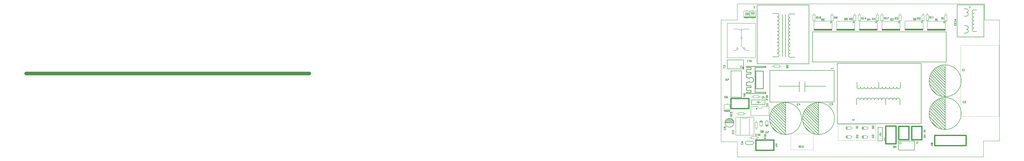
<source format=gto>
%FSLAX24Y24*%
%MOIN*%
G70*
G01*
G75*
%ADD10C,0.0472*%
%ADD11C,0.0591*%
%ADD12C,0.0394*%
%ADD13C,0.0709*%
%ADD14C,0.1575*%
%ADD15C,0.0800*%
%ADD16C,0.1000*%
%ADD17R,0.0650X0.1000*%
%ADD18O,0.0650X0.1000*%
%ADD19R,0.0630X0.0630*%
%ADD20C,0.0630*%
%ADD21R,0.0800X0.1000*%
%ADD22O,0.0800X0.1000*%
%ADD23C,0.0984*%
%ADD24R,0.0800X0.0800*%
%ADD25O,0.0630X0.0787*%
%ADD26C,0.1200*%
%ADD27R,0.0630X0.0630*%
%ADD28R,0.1181X0.1181*%
%ADD29C,0.1181*%
%ADD30C,0.0787*%
%ADD31R,0.0900X0.0600*%
%ADD32O,0.0900X0.0600*%
%ADD33O,0.0787X0.0591*%
%ADD34O,0.1000X0.0650*%
%ADD35R,0.1000X0.0650*%
%ADD36C,0.0591*%
%ADD37R,0.0591X0.0512*%
%ADD38O,0.0591X0.0512*%
G04:AMPARAMS|DCode=39|XSize=70mil|YSize=90mil|CornerRadius=0mil|HoleSize=0mil|Usage=FLASHONLY|Rotation=90.000|XOffset=0mil|YOffset=0mil|HoleType=Round|Shape=Octagon|*
%AMOCTAGOND39*
4,1,8,-0.0450,-0.0175,-0.0450,0.0175,-0.0275,0.0350,0.0275,0.0350,0.0450,0.0175,0.0450,-0.0175,0.0275,-0.0350,-0.0275,-0.0350,-0.0450,-0.0175,0.0*
%
%ADD39OCTAGOND39*%

%ADD40C,0.0787*%
%ADD41C,0.1575*%
%ADD42C,0.2362*%
%ADD43C,0.1181*%
%ADD44C,0.0100*%
%ADD45C,0.0070*%
%ADD46C,0.0150*%
%ADD47C,0.0120*%
%ADD48C,0.0079*%
%ADD49C,0.0039*%
%ADD50C,0.0250*%
%ADD51C,0.0080*%
%ADD52R,0.0150X0.0550*%
%ADD53R,0.3990X0.0360*%
%ADD54R,0.1260X0.0200*%
%ADD55R,0.0550X0.0150*%
D40*
X-153385Y18483D02*
X-90905D01*
D44*
X54110Y27441D02*
G03*
X54110Y28241I0J400D01*
G01*
D02*
G03*
X54110Y29041I0J400D01*
G01*
X55761Y32556D02*
G03*
X55761Y31756I0J-400D01*
G01*
D02*
G03*
X55761Y30956I0J-400D01*
G01*
D02*
G03*
X55761Y30156I0J-400D01*
G01*
Y28556D02*
G03*
X55761Y27756I0J-400D01*
G01*
Y29356D02*
G03*
X55761Y28556I0J-400D01*
G01*
Y30156D02*
G03*
X55761Y29356I0J-400D01*
G01*
X54110Y31981D02*
G03*
X54110Y32781I0J400D01*
G01*
Y31181D02*
G03*
X54110Y31981I0J400D01*
G01*
X29933Y15478D02*
G03*
X30733Y15478I400J0D01*
G01*
D02*
G03*
X31533Y15478I400J0D01*
G01*
D02*
G03*
X32333Y15478I400J0D01*
G01*
X33933D02*
G03*
X34733Y15478I400J0D01*
G01*
X33133D02*
G03*
X33933Y15478I400J0D01*
G01*
X32333D02*
G03*
X33133Y15478I400J0D01*
G01*
X37133D02*
G03*
X37933Y15478I400J0D01*
G01*
D02*
G03*
X38733Y15478I400J0D01*
G01*
D02*
G03*
X39533Y15478I400J0D01*
G01*
X36333D02*
G03*
X37133Y15478I400J0D01*
G01*
X35533D02*
G03*
X36333Y15478I400J0D01*
G01*
X34733D02*
G03*
X35533Y15478I400J0D01*
G01*
X34633Y12628D02*
G03*
X33833Y12628I-400J0D01*
G01*
D02*
G03*
X33033Y12628I-400J0D01*
G01*
D02*
G03*
X32233Y12628I-400J0D01*
G01*
X30633D02*
G03*
X29833Y12628I-400J0D01*
G01*
X31433D02*
G03*
X30633Y12628I-400J0D01*
G01*
X32233D02*
G03*
X31433Y12628I-400J0D01*
G01*
X37033D02*
G03*
X36233Y12628I-400J0D01*
G01*
D02*
G03*
X35433Y12628I-400J0D01*
G01*
D02*
G03*
X34633Y12628I-400J0D01*
G01*
X37833D02*
G03*
X37033Y12628I-400J0D01*
G01*
X38633D02*
G03*
X37833Y12628I-400J0D01*
G01*
X39433D02*
G03*
X38633Y12628I-400J0D01*
G01*
X49307Y29771D02*
G03*
X49307Y29771I-130J0D01*
G01*
X44385Y29811D02*
G03*
X44385Y29811I-130J0D01*
G01*
X39307Y29771D02*
G03*
X39307Y29771I-130J0D01*
G01*
X24307D02*
G03*
X24307Y29771I-130J0D01*
G01*
X29307D02*
G03*
X29307Y29771I-130J0D01*
G01*
X34307D02*
G03*
X34307Y29771I-130J0D01*
G01*
X15207Y31660D02*
G03*
X15207Y30860I0J-400D01*
G01*
D02*
G03*
X15207Y30060I0J-400D01*
G01*
D02*
G03*
X15207Y29260I0J-400D01*
G01*
Y27660D02*
G03*
X15207Y26860I0J-400D01*
G01*
Y28460D02*
G03*
X15207Y27660I0J-400D01*
G01*
Y29260D02*
G03*
X15207Y28460I0J-400D01*
G01*
Y24460D02*
G03*
X15207Y23660I0J-400D01*
G01*
D02*
G03*
X15207Y22860I0J-400D01*
G01*
D02*
G03*
X15207Y22060I0J-400D01*
G01*
Y25260D02*
G03*
X15207Y24460I0J-400D01*
G01*
Y26060D02*
G03*
X15207Y25260I0J-400D01*
G01*
Y26860D02*
G03*
X15207Y26060I0J-400D01*
G01*
X12357Y26960D02*
G03*
X12357Y27760I0J400D01*
G01*
D02*
G03*
X12357Y28560I0J400D01*
G01*
D02*
G03*
X12357Y29360I0J400D01*
G01*
Y30960D02*
G03*
X12357Y31760I0J400D01*
G01*
Y30160D02*
G03*
X12357Y30960I0J400D01*
G01*
Y29360D02*
G03*
X12357Y30160I0J400D01*
G01*
Y24560D02*
G03*
X12357Y25360I0J400D01*
G01*
D02*
G03*
X12357Y26160I0J400D01*
G01*
D02*
G03*
X12357Y26960I0J400D01*
G01*
Y23760D02*
G03*
X12357Y24560I0J400D01*
G01*
Y22960D02*
G03*
X12357Y23760I0J400D01*
G01*
Y22160D02*
G03*
X12357Y22960I0J400D01*
G01*
X39729Y3070D02*
G03*
X39729Y3070I-212J0D01*
G01*
X17717Y8504D02*
G03*
X17717Y8504I-3543J0D01*
G01*
X25000D02*
G03*
X25000Y8504I-3543J0D01*
G01*
X52953Y9606D02*
G03*
X52953Y9606I-3543J0D01*
G01*
Y16850D02*
G03*
X52953Y16850I-3543J0D01*
G01*
X4632Y19962D02*
G03*
X4632Y19962I-212J0D01*
G01*
X6726Y2734D02*
G03*
X6721Y3486I4J376D01*
G01*
X5725Y3486D02*
G03*
X5730Y2734I-4J-376D01*
G01*
X2801Y7559D02*
G03*
X2801Y7559I-990J0D01*
G01*
X53583Y27441D02*
X54110D01*
X53583Y29052D02*
X54110D01*
X55761Y32556D02*
X56339D01*
X55761Y27756D02*
X56339D01*
X53583Y32792D02*
X54110D01*
X53583Y31181D02*
X54110D01*
X57953Y26575D02*
Y33661D01*
X52047Y26575D02*
X57953D01*
X52047Y33661D02*
X57953D01*
X52047Y26575D02*
Y33661D01*
X29933Y15478D02*
Y16528D01*
X39533Y15478D02*
Y16528D01*
X34733Y15478D02*
Y16528D01*
X36233Y11578D02*
Y12628D01*
X29833Y11578D02*
Y12628D01*
X39433Y11578D02*
Y12628D01*
X44094Y7362D02*
Y20748D01*
X25591D02*
X44094D01*
X25591Y7362D02*
Y20748D01*
Y7362D02*
X44094D01*
X19331Y20630D02*
Y33622D01*
X7913D02*
X19331D01*
X7913Y20630D02*
Y33622D01*
Y20630D02*
X19331D01*
X13504Y22205D02*
Y31535D01*
X14134Y22165D02*
Y31496D01*
X15207Y31660D02*
X16257D01*
X15207Y22060D02*
X16257D01*
X11307Y31760D02*
X12357D01*
X11307Y22160D02*
X12357D01*
X39067Y1520D02*
Y3520D01*
X42637D01*
Y1520D02*
Y3520D01*
X39067Y1520D02*
X42637D01*
X6774Y23401D02*
X6817Y23358D01*
X20110Y27717D02*
X49638D01*
Y21024D02*
Y27717D01*
X20110Y21024D02*
X49638D01*
X20110D02*
Y27717D01*
X14173Y4961D02*
Y12047D01*
Y11004D02*
Y11304D01*
X13523Y11954D02*
X14173Y11304D01*
Y10604D02*
Y10804D01*
X13123Y11854D02*
X14173Y10804D01*
Y10154D02*
Y10304D01*
X12773Y11704D02*
X14173Y10304D01*
Y9454D02*
Y9804D01*
X12423Y11554D02*
X14173Y9804D01*
Y9004D02*
Y9304D01*
X12123Y11354D02*
X14173Y9304D01*
Y8504D02*
Y8754D01*
X11823Y11104D02*
X14173Y8754D01*
Y7904D02*
Y8154D01*
X11523Y10804D02*
X14173Y8154D01*
Y7204D02*
Y7554D01*
X11273Y10454D02*
X14173Y7554D01*
Y6804D02*
Y6954D01*
X11023Y10104D02*
X14173Y6954D01*
Y6204D02*
Y6304D01*
X10823Y9654D02*
X14173Y6304D01*
Y5554D02*
Y5654D01*
X10723Y9104D02*
X14173Y5654D01*
X14123Y5004D02*
Y5054D01*
X10673Y8504D02*
X14123Y5054D01*
X13423D02*
X13473D01*
X10723Y7754D02*
X13423Y5054D01*
X12273Y5504D02*
Y5554D01*
X11173Y6654D02*
X12273Y5554D01*
X21457Y4961D02*
Y12047D01*
Y11004D02*
Y11304D01*
X20807Y11954D02*
X21457Y11304D01*
Y10604D02*
Y10804D01*
X20407Y11854D02*
X21457Y10804D01*
Y10154D02*
Y10304D01*
X20057Y11704D02*
X21457Y10304D01*
Y9454D02*
Y9804D01*
X19707Y11554D02*
X21457Y9804D01*
Y9004D02*
Y9304D01*
X19407Y11354D02*
X21457Y9304D01*
Y8504D02*
Y8754D01*
X19107Y11104D02*
X21457Y8754D01*
Y7904D02*
Y8154D01*
X18807Y10804D02*
X21457Y8154D01*
Y7204D02*
Y7554D01*
X18557Y10454D02*
X21457Y7554D01*
Y6804D02*
Y6954D01*
X18307Y10104D02*
X21457Y6954D01*
Y6204D02*
Y6304D01*
X18107Y9654D02*
X21457Y6304D01*
Y5554D02*
Y5654D01*
X18007Y9104D02*
X21457Y5654D01*
X21407Y5004D02*
Y5054D01*
X17957Y8504D02*
X21407Y5054D01*
X20707D02*
X20757D01*
X18007Y7754D02*
X20707Y5054D01*
X19557Y5504D02*
Y5554D01*
X18457Y6654D02*
X19557Y5554D01*
X49409Y6063D02*
Y13150D01*
Y12106D02*
Y12406D01*
X48759Y13056D02*
X49409Y12406D01*
Y11706D02*
Y11906D01*
X48359Y12956D02*
X49409Y11906D01*
Y11256D02*
Y11406D01*
X48009Y12806D02*
X49409Y11406D01*
Y10556D02*
Y10906D01*
X47659Y12656D02*
X49409Y10906D01*
Y10106D02*
Y10406D01*
X47359Y12456D02*
X49409Y10406D01*
Y9606D02*
Y9856D01*
X47059Y12206D02*
X49409Y9856D01*
Y9006D02*
Y9256D01*
X46759Y11906D02*
X49409Y9256D01*
Y8306D02*
Y8656D01*
X46509Y11556D02*
X49409Y8656D01*
Y7906D02*
Y8056D01*
X46259Y11206D02*
X49409Y8056D01*
Y7306D02*
Y7406D01*
X46059Y10756D02*
X49409Y7406D01*
Y6656D02*
Y6756D01*
X45959Y10206D02*
X49409Y6756D01*
X49359Y6106D02*
Y6156D01*
X45909Y9606D02*
X49359Y6156D01*
X48659D02*
X48709D01*
X45959Y8856D02*
X48659Y6156D01*
X47509Y6606D02*
Y6656D01*
X46409Y7756D02*
X47509Y6656D01*
X49409Y13307D02*
Y20394D01*
Y19350D02*
Y19650D01*
X48759Y20300D02*
X49409Y19650D01*
Y18950D02*
Y19150D01*
X48359Y20200D02*
X49409Y19150D01*
Y18500D02*
Y18650D01*
X48009Y20050D02*
X49409Y18650D01*
Y17800D02*
Y18150D01*
X47659Y19900D02*
X49409Y18150D01*
Y17350D02*
Y17650D01*
X47359Y19700D02*
X49409Y17650D01*
Y16850D02*
Y17100D01*
X47059Y19450D02*
X49409Y17100D01*
Y16250D02*
Y16500D01*
X46759Y19150D02*
X49409Y16500D01*
Y15550D02*
Y15900D01*
X46509Y18800D02*
X49409Y15900D01*
Y15150D02*
Y15300D01*
X46259Y18450D02*
X49409Y15300D01*
Y14550D02*
Y14650D01*
X46059Y18000D02*
X49409Y14650D01*
Y13900D02*
Y14000D01*
X45959Y17450D02*
X49409Y14000D01*
X49359Y13350D02*
Y13400D01*
X45909Y16850D02*
X49359Y13400D01*
X48659D02*
X48709D01*
X45959Y16100D02*
X48659Y13400D01*
X47509Y13850D02*
Y13900D01*
X46409Y15000D02*
X47509Y13900D01*
X1300Y21512D02*
X4870D01*
X1300Y19512D02*
Y21512D01*
Y19512D02*
X4870D01*
Y21512D01*
X2157Y13231D02*
Y19081D01*
X4457D01*
Y13231D02*
Y19081D01*
X2157Y13231D02*
X4457D01*
X5720Y2730D02*
X6720D01*
X5750Y3490D02*
X6710D01*
X821Y7559D02*
X2791D01*
X1131D02*
X1291D01*
X1121D02*
X1291D01*
X881Y7799D02*
X1121Y7559D01*
X1421D02*
X1431D01*
X961Y8019D02*
X1421Y7559D01*
X1081Y8209D02*
X1731Y7559D01*
X2061D02*
X2101D01*
X1271Y8349D02*
X2061Y7559D01*
X2411D02*
X2421D01*
X1481Y8489D02*
X2411Y7559D01*
X1751Y8549D02*
X2741Y7559D01*
X2771Y7739D02*
Y7819D01*
X2091Y8499D02*
X2771Y7819D01*
X6626Y11626D02*
Y12626D01*
Y11626D02*
X9626D01*
Y12626D01*
X6626D02*
X9626D01*
X7676Y12126D02*
X8026D01*
X8076Y11876D02*
Y12376D01*
X8276Y11876D02*
Y12376D01*
Y12126D02*
X8626D01*
X34579Y6563D02*
X35579D01*
X34579Y3563D02*
Y6563D01*
Y3563D02*
X35579D01*
Y6563D01*
X35079Y5163D02*
Y5513D01*
X34829Y5113D02*
X35329D01*
X34829Y4913D02*
X35329D01*
X35079Y4563D02*
Y4913D01*
X10701Y19119D02*
Y19169D01*
X24901D01*
X10701Y12169D02*
Y19119D01*
Y12169D02*
X24901D01*
Y19169D01*
X12651Y15669D02*
X17201D01*
Y14419D02*
Y16669D01*
X18451Y14419D02*
Y16669D01*
Y15669D02*
X23001D01*
X20945Y30679D02*
Y31073D01*
X21142D01*
X21207Y31007D01*
Y30876D01*
X21142Y30810D01*
X20945D01*
X21076D02*
X21207Y30679D01*
X21338D02*
X21470D01*
X21404D01*
Y31073D01*
X21338Y31007D01*
X21666D02*
X21732Y31073D01*
X21863D01*
X21929Y31007D01*
Y30942D01*
X21863Y30876D01*
X21929Y30810D01*
Y30745D01*
X21863Y30679D01*
X21732D01*
X21666Y30745D01*
Y30810D01*
X21732Y30876D01*
X21666Y30942D01*
Y31007D01*
X21732Y30876D02*
X21863D01*
X35935Y30512D02*
Y30905D01*
X36132D01*
X36197Y30840D01*
Y30709D01*
X36132Y30643D01*
X35935D01*
X36066D02*
X36197Y30512D01*
X36329D02*
X36460D01*
X36394D01*
Y30905D01*
X36329Y30840D01*
X36657Y30905D02*
X36919D01*
Y30840D01*
X36657Y30577D01*
Y30512D01*
X54695Y33297D02*
X54957D01*
Y33232D01*
X54695Y32969D01*
Y32904D01*
X48593Y30472D02*
Y30866D01*
X48789D01*
X48855Y30800D01*
Y30669D01*
X48789Y30604D01*
X48593D01*
X48724D02*
X48855Y30472D01*
X48986D02*
X49117D01*
X49052D01*
Y30866D01*
X48986Y30800D01*
X43268Y30463D02*
Y30856D01*
X43464D01*
X43530Y30791D01*
Y30659D01*
X43464Y30594D01*
X43268D01*
X43399D02*
X43530Y30463D01*
X43924D02*
X43661D01*
X43924Y30725D01*
Y30791D01*
X43858Y30856D01*
X43727D01*
X43661Y30791D01*
X38317Y30472D02*
Y30866D01*
X38514D01*
X38579Y30800D01*
Y30669D01*
X38514Y30604D01*
X38317D01*
X38448D02*
X38579Y30472D01*
X38710Y30800D02*
X38776Y30866D01*
X38907D01*
X38973Y30800D01*
Y30735D01*
X38907Y30669D01*
X38842D01*
X38907D01*
X38973Y30604D01*
Y30538D01*
X38907Y30472D01*
X38776D01*
X38710Y30538D01*
X33327Y30354D02*
Y30748D01*
X33524D01*
X33589Y30682D01*
Y30551D01*
X33524Y30486D01*
X33327D01*
X33458D02*
X33589Y30354D01*
X33917D02*
Y30748D01*
X33720Y30551D01*
X33983D01*
X28287Y30344D02*
Y30738D01*
X28484D01*
X28550Y30672D01*
Y30541D01*
X28484Y30476D01*
X28287D01*
X28419D02*
X28550Y30344D01*
X28943Y30738D02*
X28681D01*
Y30541D01*
X28812Y30607D01*
X28878D01*
X28943Y30541D01*
Y30410D01*
X28878Y30344D01*
X28747D01*
X28681Y30410D01*
X24955Y30674D02*
Y31068D01*
X25152D01*
X25218Y31002D01*
Y30871D01*
X25152Y30805D01*
X24955D01*
X25086D02*
X25218Y30674D01*
X25611Y31068D02*
X25480Y31002D01*
X25349Y30871D01*
Y30740D01*
X25414Y30674D01*
X25546D01*
X25611Y30740D01*
Y30805D01*
X25546Y30871D01*
X25349D01*
X14331Y20344D02*
X14724D01*
Y20148D01*
X14659Y20082D01*
X14527D01*
X14462Y20148D01*
Y20344D01*
Y20213D02*
X14331Y20082D01*
X14659Y19951D02*
X14724Y19885D01*
Y19754D01*
X14659Y19689D01*
X14593D01*
X14527Y19754D01*
X14462Y19689D01*
X14396D01*
X14331Y19754D01*
Y19885D01*
X14396Y19951D01*
X14462D01*
X14527Y19885D01*
X14593Y19951D01*
X14659D01*
X14527Y19885D02*
Y19754D01*
X45925Y30719D02*
Y31112D01*
X46122D01*
X46188Y31046D01*
Y30915D01*
X46122Y30850D01*
X45925D01*
X46056D02*
X46188Y30719D01*
X46319D02*
X46450D01*
X46384D01*
Y31112D01*
X46319Y31046D01*
X46647Y30719D02*
X46778D01*
X46712D01*
Y31112D01*
X46647Y31046D01*
X30945Y30463D02*
Y30856D01*
X31142D01*
X31207Y30791D01*
Y30659D01*
X31142Y30594D01*
X30945D01*
X31076D02*
X31207Y30463D01*
X31338D02*
X31470D01*
X31404D01*
Y30856D01*
X31338Y30791D01*
X31863Y30463D02*
Y30856D01*
X31666Y30659D01*
X31929D01*
X45079Y4911D02*
X44685D01*
X44882D01*
Y4649D01*
X45079D01*
X44685D01*
Y4255D02*
Y4518D01*
X44947Y4255D01*
X45013D01*
X45079Y4321D01*
Y4452D01*
X45013Y4518D01*
X45049Y5984D02*
X44656D01*
X44852D01*
Y5722D01*
X45049D01*
X44656D01*
Y5591D02*
Y5459D01*
Y5525D01*
X45049D01*
X44983Y5591D01*
X43385Y3475D02*
Y3212D01*
Y3343D01*
X42992D01*
Y3081D02*
Y2950D01*
Y3016D01*
X43385D01*
X43320Y3081D01*
X6644Y21447D02*
Y21053D01*
X6447D01*
X6381Y21119D01*
Y21250D01*
X6447Y21316D01*
X6644D01*
X6513D02*
X6381Y21447D01*
X6250Y21053D02*
Y21447D01*
X5988D01*
X5857D02*
X5725D01*
X5791D01*
Y21053D01*
X5857Y21119D01*
X17156Y2116D02*
Y2510D01*
X17352D01*
X17418Y2444D01*
Y2313D01*
X17352Y2247D01*
X17156D01*
X17287D02*
X17418Y2116D01*
X17549D02*
X17680D01*
X17615D01*
Y2510D01*
X17549Y2444D01*
X17877D02*
X17943Y2510D01*
X18074D01*
X18139Y2444D01*
Y2182D01*
X18074Y2116D01*
X17943D01*
X17877Y2182D01*
Y2444D01*
X22339Y30292D02*
Y30554D01*
X22274Y30620D01*
X22142D01*
X22077Y30554D01*
Y30292D01*
X22142Y30226D01*
X22274D01*
X22208Y30358D02*
X22339Y30226D01*
X22274D02*
X22339Y30292D01*
X22733Y30620D02*
X22602Y30554D01*
X22470Y30423D01*
Y30292D01*
X22536Y30226D01*
X22667D01*
X22733Y30292D01*
Y30358D01*
X22667Y30423D01*
X22470D01*
X27438Y30400D02*
Y30663D01*
X27372Y30728D01*
X27241D01*
X27175Y30663D01*
Y30400D01*
X27241Y30335D01*
X27372D01*
X27306Y30466D02*
X27438Y30335D01*
X27372D02*
X27438Y30400D01*
X27831Y30728D02*
X27569D01*
Y30531D01*
X27700Y30597D01*
X27766D01*
X27831Y30531D01*
Y30400D01*
X27766Y30335D01*
X27634D01*
X27569Y30400D01*
X32487Y30322D02*
Y30584D01*
X32421Y30649D01*
X32290D01*
X32224Y30584D01*
Y30322D01*
X32290Y30256D01*
X32421D01*
X32356Y30387D02*
X32487Y30256D01*
X32421D02*
X32487Y30322D01*
X32815Y30256D02*
Y30649D01*
X32618Y30453D01*
X32880D01*
X37566Y30341D02*
Y30604D01*
X37500Y30669D01*
X37369D01*
X37303Y30604D01*
Y30341D01*
X37369Y30276D01*
X37500D01*
X37434Y30407D02*
X37566Y30276D01*
X37500D02*
X37566Y30341D01*
X37697Y30604D02*
X37762Y30669D01*
X37894D01*
X37959Y30604D01*
Y30538D01*
X37894Y30472D01*
X37828D01*
X37894D01*
X37959Y30407D01*
Y30341D01*
X37894Y30276D01*
X37762D01*
X37697Y30341D01*
X42625Y30410D02*
Y30672D01*
X42559Y30738D01*
X42428D01*
X42362Y30672D01*
Y30410D01*
X42428Y30344D01*
X42559D01*
X42493Y30476D02*
X42625Y30344D01*
X42559D02*
X42625Y30410D01*
X43018Y30344D02*
X42756D01*
X43018Y30607D01*
Y30672D01*
X42953Y30738D01*
X42821D01*
X42756Y30672D01*
X47457Y30302D02*
Y30564D01*
X47392Y30630D01*
X47260D01*
X47195Y30564D01*
Y30302D01*
X47260Y30236D01*
X47392D01*
X47326Y30367D02*
X47457Y30236D01*
X47392D02*
X47457Y30302D01*
X47588Y30236D02*
X47720D01*
X47654D01*
Y30630D01*
X47588Y30564D01*
X46270Y2493D02*
X46663D01*
X46467D01*
Y2756D01*
X46270D01*
X46663D01*
X46336Y2887D02*
X46270Y2953D01*
Y3084D01*
X46336Y3149D01*
X46401D01*
X46467Y3084D01*
X46532Y3149D01*
X46598D01*
X46663Y3084D01*
Y2953D01*
X46598Y2887D01*
X46532D01*
X46467Y2953D01*
X46401Y2887D01*
X46336D01*
X46467Y2953D02*
Y3084D01*
X38590Y2068D02*
Y2461D01*
Y2264D01*
X38327D01*
Y2068D01*
Y2461D01*
X37934Y2068D02*
X38196D01*
Y2264D01*
X38065Y2199D01*
X37999D01*
X37934Y2264D01*
Y2396D01*
X37999Y2461D01*
X38131D01*
X38196Y2396D01*
X33659Y6910D02*
X33265D01*
Y6713D01*
X33331Y6647D01*
X33593D01*
X33659Y6713D01*
Y6910D01*
Y6254D02*
Y6516D01*
X33462D01*
X33528Y6385D01*
Y6319D01*
X33462Y6254D01*
X33331D01*
X33265Y6319D01*
Y6451D01*
X33331Y6516D01*
X33659Y4902D02*
X33265D01*
Y4705D01*
X33331Y4640D01*
X33593D01*
X33659Y4705D01*
Y4902D01*
X33265Y4312D02*
X33659D01*
X33462Y4508D01*
Y4246D01*
X6624Y31988D02*
Y31594D01*
X6821D01*
X6886Y31660D01*
Y31922D01*
X6821Y31988D01*
X6624D01*
X7018Y31922D02*
X7083Y31988D01*
X7214D01*
X7280Y31922D01*
Y31857D01*
X7214Y31791D01*
X7149D01*
X7214D01*
X7280Y31726D01*
Y31660D01*
X7214Y31594D01*
X7083D01*
X7018Y31660D01*
X30163Y4863D02*
X29769D01*
Y4666D01*
X29835Y4600D01*
X30097D01*
X30163Y4666D01*
Y4863D01*
X29769Y4207D02*
Y4469D01*
X30032Y4207D01*
X30097D01*
X30163Y4272D01*
Y4403D01*
X30097Y4469D01*
X30124Y6831D02*
X29730D01*
Y6634D01*
X29796Y6569D01*
X30058D01*
X30124Y6634D01*
Y6831D01*
X29730Y6438D02*
Y6306D01*
Y6372D01*
X30124D01*
X30058Y6438D01*
X29269Y8405D02*
X29335Y8339D01*
Y8208D01*
X29269Y8142D01*
X29204D01*
X29138Y8208D01*
Y8274D01*
Y8208D01*
X29072Y8142D01*
X29007D01*
X28941Y8208D01*
Y8339D01*
X29007Y8405D01*
X7422Y32972D02*
X7159D01*
X7422Y33235D01*
Y33300D01*
X7356Y33366D01*
X7225D01*
X7159Y33300D01*
X53442Y19393D02*
X53376Y19459D01*
X53245D01*
X53179Y19393D01*
Y19131D01*
X53245Y19065D01*
X53376D01*
X53442Y19131D01*
X53573Y19065D02*
X53704D01*
X53638D01*
Y19459D01*
X53573Y19393D01*
X53569Y12306D02*
X53504Y12372D01*
X53373D01*
X53307Y12306D01*
Y12044D01*
X53373Y11978D01*
X53504D01*
X53569Y12044D01*
X53963Y11978D02*
X53701D01*
X53963Y12241D01*
Y12306D01*
X53897Y12372D01*
X53766D01*
X53701Y12306D01*
X24190Y11824D02*
X24124Y11890D01*
X23993D01*
X23927Y11824D01*
Y11562D01*
X23993Y11496D01*
X24124D01*
X24190Y11562D01*
X24321Y11824D02*
X24386Y11890D01*
X24518D01*
X24583Y11824D01*
Y11758D01*
X24518Y11693D01*
X24452D01*
X24518D01*
X24583Y11627D01*
Y11562D01*
X24518Y11496D01*
X24386D01*
X24321Y11562D01*
X16995Y11755D02*
X16929Y11821D01*
X16798D01*
X16732Y11755D01*
Y11493D01*
X16798Y11427D01*
X16929D01*
X16995Y11493D01*
X17323Y11427D02*
Y11821D01*
X17126Y11624D01*
X17388D01*
X5344Y31890D02*
Y31496D01*
X5541D01*
X5607Y31562D01*
Y31824D01*
X5541Y31890D01*
X5344D01*
X5738Y31562D02*
X5804Y31496D01*
X5935D01*
X6000Y31562D01*
Y31824D01*
X5935Y31890D01*
X5804D01*
X5738Y31824D01*
Y31758D01*
X5804Y31693D01*
X6000D01*
X9837Y13602D02*
X10230D01*
Y13405D01*
X10165Y13340D01*
X10034D01*
X9968Y13405D01*
Y13602D01*
Y13471D02*
X9837Y13340D01*
Y13209D02*
Y13077D01*
Y13143D01*
X10230D01*
X10165Y13209D01*
X9837Y12618D02*
Y12881D01*
X10099Y12618D01*
X10165D01*
X10230Y12684D01*
Y12815D01*
X10165Y12881D01*
X8524Y5089D02*
Y4695D01*
X8327D01*
X8261Y4761D01*
Y4892D01*
X8327Y4957D01*
X8524D01*
X8392D02*
X8261Y5089D01*
X8130D02*
X7999D01*
X8064D01*
Y4695D01*
X8130Y4761D01*
X7802D02*
X7736Y4695D01*
X7605D01*
X7540Y4761D01*
Y4826D01*
X7605Y4892D01*
X7671D01*
X7605D01*
X7540Y4957D01*
Y5023D01*
X7605Y5089D01*
X7736D01*
X7802Y5023D01*
X2362Y8986D02*
X1969D01*
Y9183D01*
X2034Y9249D01*
X2165D01*
X2231Y9183D01*
Y8986D01*
Y9117D02*
X2362Y9249D01*
Y9380D02*
Y9511D01*
Y9445D01*
X1969D01*
X2034Y9380D01*
X1969Y9970D02*
Y9708D01*
X2165D01*
X2100Y9839D01*
Y9905D01*
X2165Y9970D01*
X2297D01*
X2362Y9905D01*
Y9773D01*
X2297Y9708D01*
X9488Y5000D02*
X9882D01*
Y4803D01*
X9816Y4738D01*
X9685D01*
X9619Y4803D01*
Y5000D01*
Y4869D02*
X9488Y4738D01*
Y4606D02*
Y4475D01*
Y4541D01*
X9882D01*
X9816Y4606D01*
X9882Y4016D02*
X9816Y4147D01*
X9685Y4278D01*
X9554D01*
X9488Y4213D01*
Y4082D01*
X9554Y4016D01*
X9619D01*
X9685Y4082D01*
Y4278D01*
X10384Y11870D02*
X10056D01*
X9990Y11804D01*
Y11673D01*
X10056Y11608D01*
X10384D01*
X9990Y11477D02*
Y11345D01*
Y11411D01*
X10384D01*
X10318Y11477D01*
X482Y19646D02*
Y19908D01*
Y19777D01*
X876D01*
Y20302D02*
Y20039D01*
X614Y20302D01*
X548D01*
X482Y20236D01*
Y20105D01*
X548Y20039D01*
X984Y16900D02*
Y17293D01*
X1181D01*
X1247Y17228D01*
Y17096D01*
X1181Y17031D01*
X984D01*
X1115D02*
X1247Y16900D01*
X1378Y17293D02*
X1640D01*
Y17228D01*
X1378Y16965D01*
Y16900D01*
X2815Y5935D02*
Y5804D01*
Y5869D01*
X2421D01*
Y5935D01*
Y5804D01*
X2749Y5345D02*
X2815Y5410D01*
Y5541D01*
X2749Y5607D01*
X2487D01*
X2421Y5541D01*
Y5410D01*
X2487Y5345D01*
X2421Y5213D02*
Y5082D01*
Y5148D01*
X2815D01*
X2749Y5213D01*
X12323Y2894D02*
X11929D01*
X12126D01*
Y2631D01*
X12323D01*
X11929D01*
X12323Y2500D02*
Y2238D01*
X12257D01*
X11995Y2500D01*
X11929D01*
X4882Y13396D02*
X5276D01*
X5079D01*
Y13658D01*
X4882D01*
X5276D01*
X4882Y14052D02*
X4948Y13920D01*
X5079Y13789D01*
X5210D01*
X5276Y13855D01*
Y13986D01*
X5210Y14052D01*
X5144D01*
X5079Y13986D01*
Y13789D01*
X8661Y5836D02*
Y5443D01*
X8858D01*
X8924Y5509D01*
Y5771D01*
X8858Y5836D01*
X8661D01*
X9055Y5771D02*
X9121Y5836D01*
X9252D01*
X9317Y5771D01*
Y5705D01*
X9252Y5640D01*
X9317Y5574D01*
Y5509D01*
X9252Y5443D01*
X9121D01*
X9055Y5509D01*
Y5574D01*
X9121Y5640D01*
X9055Y5705D01*
Y5771D01*
X9121Y5640D02*
X9252D01*
X9803Y5649D02*
Y5256D01*
X10000D01*
X10066Y5321D01*
Y5584D01*
X10000Y5649D01*
X9803D01*
X10197D02*
X10459D01*
Y5584D01*
X10197Y5321D01*
Y5256D01*
X714Y13473D02*
Y13080D01*
X911D01*
X977Y13145D01*
Y13408D01*
X911Y13473D01*
X714D01*
X1370D02*
X1239Y13408D01*
X1108Y13276D01*
Y13145D01*
X1173Y13080D01*
X1305D01*
X1370Y13145D01*
Y13211D01*
X1305Y13276D01*
X1108D01*
X4447Y3038D02*
X4382Y2972D01*
Y2841D01*
X4447Y2775D01*
X4710D01*
X4775Y2841D01*
Y2972D01*
X4710Y3038D01*
X4382Y3431D02*
X4447Y3300D01*
X4579Y3169D01*
X4710D01*
X4775Y3234D01*
Y3366D01*
X4710Y3431D01*
X4644D01*
X4579Y3366D01*
Y3169D01*
X656Y6296D02*
X591Y6230D01*
Y6099D01*
X656Y6033D01*
X919D01*
X984Y6099D01*
Y6230D01*
X919Y6296D01*
X591Y6689D02*
Y6427D01*
X787D01*
X722Y6558D01*
Y6624D01*
X787Y6689D01*
X919D01*
X984Y6624D01*
Y6493D01*
X919Y6427D01*
X24256Y19714D02*
Y19514D01*
Y19614D01*
X24856D01*
X24756Y19714D01*
X4950Y19412D02*
Y20012D01*
X4650Y19712D01*
X5050D01*
X35924Y3608D02*
X36324D01*
Y3908D01*
X36124Y3808D01*
X36024D01*
X35924Y3908D01*
Y4108D01*
X36024Y4208D01*
X36224D01*
X36324Y4108D01*
X9581Y12971D02*
X9481Y13171D01*
X9281Y13371D01*
X9081D01*
X8981Y13271D01*
Y13071D01*
X9081Y12971D01*
X9181D01*
X9281Y13071D01*
Y13371D01*
X51417Y29396D02*
Y29134D01*
X51811D01*
Y29396D01*
X51614Y29134D02*
Y29265D01*
X51417Y29790D02*
Y29527D01*
X51811D01*
Y29790D01*
X51614Y29527D02*
Y29659D01*
X51811Y29921D02*
Y30052D01*
Y29987D01*
X51417D01*
X51483Y29921D01*
X51417Y30511D02*
X51483Y30380D01*
X51614Y30249D01*
X51745D01*
X51811Y30315D01*
Y30446D01*
X51745Y30511D01*
X51680D01*
X51614Y30446D01*
Y30249D01*
D45*
X3870Y28295D02*
G03*
X5030Y28285I585J575D01*
G01*
X4638Y26343D02*
G03*
X4638Y26343I-178J0D01*
G01*
X3745Y24029D02*
G03*
X3745Y24029I-178J0D01*
G01*
X5255Y24019D02*
G03*
X5255Y24019I-178J0D01*
G01*
X8034Y11173D02*
G03*
X9033Y11169I500J-17D01*
G01*
X31406Y4140D02*
Y4710D01*
X31176Y4140D02*
X32246D01*
Y4710D01*
X31176D02*
X32246D01*
X30906Y4430D02*
X31176D01*
X32246D02*
X32506D01*
X31176Y4140D02*
Y4710D01*
X27831Y4140D02*
Y4710D01*
X27601Y4140D02*
X28672D01*
Y4710D01*
X27601D02*
X28672D01*
X27332Y4430D02*
X27601D01*
X28672D02*
X28932D01*
X27601Y4140D02*
Y4710D01*
X31406Y6108D02*
Y6678D01*
X31176Y6108D02*
X32246D01*
Y6678D01*
X31176D02*
X32246D01*
X30906Y6398D02*
X31176D01*
X32246D02*
X32506D01*
X31176Y6108D02*
Y6678D01*
X27831Y6108D02*
Y6678D01*
X27601Y6108D02*
X28672D01*
Y6678D01*
X27601D02*
X28672D01*
X27332Y6398D02*
X27601D01*
X28672D02*
X28932D01*
X27601Y6108D02*
Y6678D01*
X45457Y30051D02*
X49217D01*
X45457D02*
X45467Y30041D01*
Y27991D02*
Y30041D01*
Y27991D02*
X49457D01*
Y30041D01*
X49447Y30051D02*
X49457Y30041D01*
X49217Y30051D02*
X49447D01*
X45467Y28361D02*
X45477Y28221D01*
X40535Y30091D02*
X44295D01*
X40535D02*
X40545Y30081D01*
Y28031D02*
Y30081D01*
Y28031D02*
X44535D01*
Y30081D01*
X44525Y30091D02*
X44535Y30081D01*
X44295Y30091D02*
X44525D01*
X40545Y28401D02*
X40555Y28261D01*
X35457Y30051D02*
X39217D01*
X35457D02*
X35467Y30041D01*
Y27991D02*
Y30041D01*
Y27991D02*
X39457D01*
Y30041D01*
X39447Y30051D02*
X39457Y30041D01*
X39217Y30051D02*
X39447D01*
X35467Y28361D02*
X35477Y28221D01*
X20457Y30051D02*
X24217D01*
X20457D02*
X20467Y30041D01*
Y27991D02*
Y30041D01*
Y27991D02*
X24457D01*
Y30041D01*
X24447Y30051D02*
X24457Y30041D01*
X24217Y30051D02*
X24447D01*
X20467Y28361D02*
X20477Y28221D01*
X25457Y30051D02*
X29217D01*
X25457D02*
X25467Y30041D01*
Y27991D02*
Y30041D01*
Y27991D02*
X29457D01*
Y30041D01*
X29447Y30051D02*
X29457Y30041D01*
X29217Y30051D02*
X29447D01*
X25467Y28361D02*
X25477Y28221D01*
X30457Y30051D02*
X34217D01*
X30457D02*
X30467Y30041D01*
Y27991D02*
Y30041D01*
Y27991D02*
X34457D01*
Y30041D01*
X34447Y30051D02*
X34457Y30041D01*
X34217Y30051D02*
X34447D01*
X30467Y28361D02*
X30477Y28221D01*
X7008Y30793D02*
X7168D01*
X6798D02*
X7008D01*
X6538Y31203D02*
X7508D01*
X7008Y30493D02*
Y30793D01*
Y32293D02*
Y32593D01*
Y30793D02*
X7618D01*
Y32293D01*
X6358D02*
X7618D01*
X6358Y30793D02*
Y32293D01*
Y30793D02*
X7008D01*
X1343Y21937D02*
X7549D01*
X1343Y29571D02*
X7549D01*
X1343Y21937D02*
Y29571D01*
X7549Y21937D02*
Y29571D01*
X5040Y28295D02*
X6180D01*
X2730Y28305D02*
X3860D01*
X4460Y24501D02*
Y26145D01*
X4450Y26545D02*
Y28587D01*
X5397Y23581D02*
X6157D01*
X5137Y23841D02*
X5397Y23581D01*
X2637D02*
X3297D01*
X3567Y23851D01*
X4459Y24501D02*
X4849Y24111D01*
X4980Y30793D02*
X5630D01*
X4980D02*
Y32293D01*
X6240D01*
Y30793D02*
Y32293D01*
X5630Y30793D02*
X6240D01*
X5630Y32293D02*
Y32593D01*
Y30493D02*
Y30793D01*
X5160Y31203D02*
X6130D01*
X5420Y30793D02*
X5630D01*
X5790D01*
X10533Y9169D02*
Y11169D01*
X6533Y9169D02*
X10533D01*
X6533D02*
Y11169D01*
X9043D02*
X10533D01*
X6533D02*
X8033D01*
X8521Y7926D02*
X9091D01*
X8811Y6596D02*
Y6856D01*
Y7926D02*
Y8196D01*
X9091Y6856D02*
Y7926D01*
X8521Y6856D02*
X9091D01*
X8521D02*
Y7926D01*
Y7696D02*
X9091D01*
X9759Y6872D02*
X10329D01*
X10039Y7942D02*
Y8202D01*
Y6602D02*
Y6872D01*
X9759D02*
Y7942D01*
X10329D01*
Y6872D02*
Y7942D01*
X9759Y7102D02*
X10329D01*
X649Y10085D02*
X1299D01*
X649D02*
Y11585D01*
X1909D01*
Y10085D02*
Y11585D01*
X1299Y10085D02*
X1909D01*
X1299Y11585D02*
Y11885D01*
Y9785D02*
Y10085D01*
X829Y10495D02*
X1799D01*
X1089Y10085D02*
X1299D01*
X1459D01*
D46*
X7883Y10659D02*
G03*
X7883Y10659I-80J0D01*
G01*
D47*
X6140Y16711D02*
G03*
X6141Y17385I435J336D01*
G01*
X5975Y17547D02*
X6139Y17383D01*
X5575Y17547D02*
X5975D01*
X5575Y16547D02*
X5975D01*
X6135Y16707D01*
X5575Y17547D02*
Y18347D01*
X6575D01*
X5575Y15747D02*
Y16547D01*
Y15747D02*
X6575D01*
X7625Y15097D02*
Y18997D01*
X9275D01*
Y15097D02*
Y18997D01*
X7625Y15097D02*
X9275D01*
X7475Y19797D02*
X9825D01*
X7475Y14297D02*
Y19797D01*
Y14297D02*
X9825D01*
Y14047D02*
Y14297D01*
X5575Y14047D02*
X9825D01*
X5575D02*
Y14297D01*
X6575D01*
Y14747D01*
X5575D02*
X6575D01*
X5575D02*
Y15347D01*
X6575D01*
Y15747D01*
X9825Y19797D02*
Y20047D01*
X5575D02*
X9825D01*
X5575Y19797D02*
Y20047D01*
Y19797D02*
X6575D01*
Y19347D02*
Y19797D01*
X5575Y19347D02*
X6575D01*
X5575Y18747D02*
Y19347D01*
Y18747D02*
X6575D01*
Y18347D02*
Y18747D01*
D48*
X35222Y30191D02*
X35722D01*
Y31441D01*
X35222D02*
X35722D01*
X35222Y30191D02*
Y31441D01*
X35472Y29741D02*
Y30191D01*
Y31441D02*
Y31841D01*
X20222Y30191D02*
X20722D01*
Y31441D01*
X20222D02*
X20722D01*
X20222Y30191D02*
Y31441D01*
X20472Y29741D02*
Y30191D01*
Y31441D02*
Y31841D01*
X30222Y30191D02*
X30722D01*
Y31441D01*
X30222D02*
X30722D01*
X30222Y30191D02*
Y31441D01*
X30472Y29741D02*
Y30191D01*
Y31441D02*
Y31841D01*
X45222Y30191D02*
X45722D01*
Y31441D01*
X45222D02*
X45722D01*
X45222Y30191D02*
Y31441D01*
X45472Y29741D02*
Y30191D01*
Y31441D02*
Y31841D01*
X11609Y19829D02*
Y20329D01*
Y19829D02*
X12859D01*
Y20329D01*
X11609D02*
X12859D01*
X11159Y20079D02*
X11609D01*
X12859D02*
X13259D01*
X24191Y31391D02*
X24691D01*
X24191Y30141D02*
Y31391D01*
Y30141D02*
X24691D01*
Y31391D01*
X24441D02*
Y31841D01*
Y29741D02*
Y30141D01*
X29207Y31391D02*
X29707D01*
X29207Y30141D02*
Y31391D01*
Y30141D02*
X29707D01*
Y31391D01*
X29457D02*
Y31841D01*
Y29741D02*
Y30141D01*
X34191Y31391D02*
X34691D01*
X34191Y30141D02*
Y31391D01*
Y30141D02*
X34691D01*
Y31391D01*
X34441D02*
Y31841D01*
Y29741D02*
Y30141D01*
X39207Y31391D02*
X39707D01*
X39207Y30141D02*
Y31391D01*
Y30141D02*
X39707D01*
Y31391D01*
X39457D02*
Y31841D01*
Y29741D02*
Y30141D01*
X44285Y31431D02*
X44785D01*
X44285Y30181D02*
Y31431D01*
Y30181D02*
X44785D01*
Y31431D01*
X44535D02*
Y31881D01*
Y29781D02*
Y30181D01*
X49317Y31391D02*
X49817D01*
X49317Y30141D02*
Y31391D01*
Y30141D02*
X49817D01*
Y31391D01*
X49567D02*
Y31841D01*
Y29741D02*
Y30141D01*
X58150Y30305D02*
Y33858D01*
X57864Y-10D02*
Y3533D01*
X61407D01*
X3533Y30305D02*
Y33848D01*
X-10Y30305D02*
X3533D01*
X61388D02*
X61407Y30285D01*
X58150Y30305D02*
X61388D01*
X61407Y3533D02*
Y30285D01*
X3553Y-10D02*
X57864D01*
X-10Y3386D02*
Y30305D01*
X3543Y33858D02*
X58150D01*
X8292Y13307D02*
X8692D01*
X6592D02*
X7042D01*
Y13557D02*
X8292D01*
Y13057D02*
Y13557D01*
X7042Y13057D02*
X8292D01*
X7042D02*
Y13557D01*
X7717Y5993D02*
Y6393D01*
Y7643D02*
Y8093D01*
X7967Y6393D02*
Y7643D01*
X7467Y6393D02*
X7967D01*
X7467D02*
Y7643D01*
X7967D01*
X3356Y9567D02*
X3756D01*
X5006D02*
X5456D01*
X3756Y9317D02*
X5006D01*
X3756D02*
Y9817D01*
X5006D01*
Y9317D02*
Y9817D01*
X7898Y4252D02*
X8298D01*
X6198D02*
X6648D01*
Y4502D02*
X7898D01*
Y4002D02*
Y4502D01*
X6648Y4002D02*
X7898D01*
X6648D02*
Y4502D01*
X3533Y-10D02*
Y3356D01*
X-10D02*
X3533D01*
D49*
X52835Y24724D02*
X61299D01*
Y8976D02*
Y24724D01*
X52835Y8976D02*
X61299D01*
X52835D02*
Y24724D01*
X25785Y3642D02*
Y7185D01*
X34053D01*
Y3642D02*
Y7185D01*
X25785Y3642D02*
X34053D01*
X20315Y1575D02*
Y5118D01*
X15354Y1575D02*
X20315D01*
X15354D02*
Y5118D01*
X20315D01*
D50*
X39165Y6784D02*
X41417D01*
Y3831D02*
Y6784D01*
X39165Y3831D02*
X41417D01*
X39165D02*
Y6784D01*
X42024Y6764D02*
X44276D01*
Y3811D02*
Y6764D01*
X42024Y3811D02*
X44276D01*
X42024D02*
Y6764D01*
X36315Y6843D02*
X38567D01*
Y2890D02*
Y6843D01*
X36315Y2890D02*
X38567D01*
X36315D02*
Y6843D01*
X54045Y2516D02*
Y4768D01*
X47092Y2516D02*
X54045D01*
X47092D02*
Y4768D01*
X54045D01*
X7646Y1472D02*
X11598D01*
Y3724D01*
X7646D02*
X11598D01*
X7646Y1472D02*
Y3724D01*
X2142Y12937D02*
X6094D01*
X2142Y10685D02*
Y12937D01*
Y10685D02*
X6094D01*
Y12937D01*
D51*
X5697Y8561D02*
Y8811D01*
X4697Y8561D02*
X5697D01*
X4697D02*
Y8811D01*
X6197Y4811D02*
Y8811D01*
X4197Y4811D02*
X6197D01*
X4197D02*
Y8811D01*
X6197D01*
X5697Y8561D02*
Y8811D01*
X4697Y8561D02*
X5697D01*
X4697D02*
Y8811D01*
X6197Y4811D02*
Y8811D01*
X4197Y4811D02*
X6197D01*
X4197D02*
Y8811D01*
X6197D01*
Y4811D02*
X7197D01*
X3197D02*
X6197D01*
X3197D02*
Y8811D01*
X4197D01*
X4697D01*
X5697D01*
X7197D01*
Y4811D02*
Y8811D01*
D52*
X31231Y4405D02*
D03*
X27657Y4405D02*
D03*
X31231Y6373D02*
D03*
X27657Y6373D02*
D03*
D53*
X47452Y28171D02*
D03*
X42530Y28211D02*
D03*
X37452Y28171D02*
D03*
X22449D02*
D03*
X27452Y28171D02*
D03*
X32448Y28171D02*
D03*
D54*
X6987Y30892D02*
D03*
X5610Y30893D02*
D03*
X1279Y10185D02*
D03*
D55*
X8786Y7871D02*
D03*
X10064Y6926D02*
D03*
M02*

</source>
